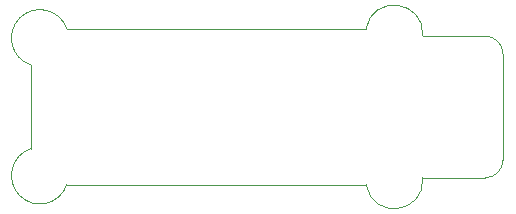
<source format=gm1>
G04 #@! TF.GenerationSoftware,KiCad,Pcbnew,6.0.11-2627ca5db0~126~ubuntu22.04.1*
G04 #@! TF.CreationDate,2023-03-31T10:20:35-07:00*
G04 #@! TF.ProjectId,mini-button-pcb,6d696e69-2d62-4757-9474-6f6e2d706362,rev?*
G04 #@! TF.SameCoordinates,Original*
G04 #@! TF.FileFunction,Profile,NP*
%FSLAX46Y46*%
G04 Gerber Fmt 4.6, Leading zero omitted, Abs format (unit mm)*
G04 Created by KiCad (PCBNEW 6.0.11-2627ca5db0~126~ubuntu22.04.1) date 2023-03-31 10:20:35*
%MOMM*%
%LPD*%
G01*
G04 APERTURE LIST*
G04 #@! TA.AperFunction,Profile*
%ADD10C,0.100000*%
G04 #@! TD*
G04 APERTURE END LIST*
D10*
X153000000Y-72500000D02*
G75*
G03*
X151500000Y-71000000I-1500000J0D01*
G01*
X146199036Y-70999920D02*
X151500000Y-71000000D01*
X151500000Y-83000000D02*
G75*
G03*
X153000000Y-81500000I0J1500000D01*
G01*
X116077999Y-70400000D02*
G75*
G03*
X113030000Y-73447999I-2285999J-762000D01*
G01*
X146199044Y-70999921D02*
G75*
G03*
X141400000Y-70400000I-2411894J200991D01*
G01*
X153000000Y-72500000D02*
X153000000Y-81500000D01*
X113030000Y-73447999D02*
X113030000Y-80518000D01*
X116077999Y-83565999D02*
X141421634Y-83578642D01*
X151500000Y-83000000D02*
X146200000Y-83000000D01*
X116077999Y-70400000D02*
X141400000Y-70400000D01*
X113030000Y-80518001D02*
G75*
G03*
X116077999Y-83565999I762000J-2285999D01*
G01*
X141421634Y-83578642D02*
G75*
G03*
X146199999Y-83000000I2378366J378642D01*
G01*
M02*

</source>
